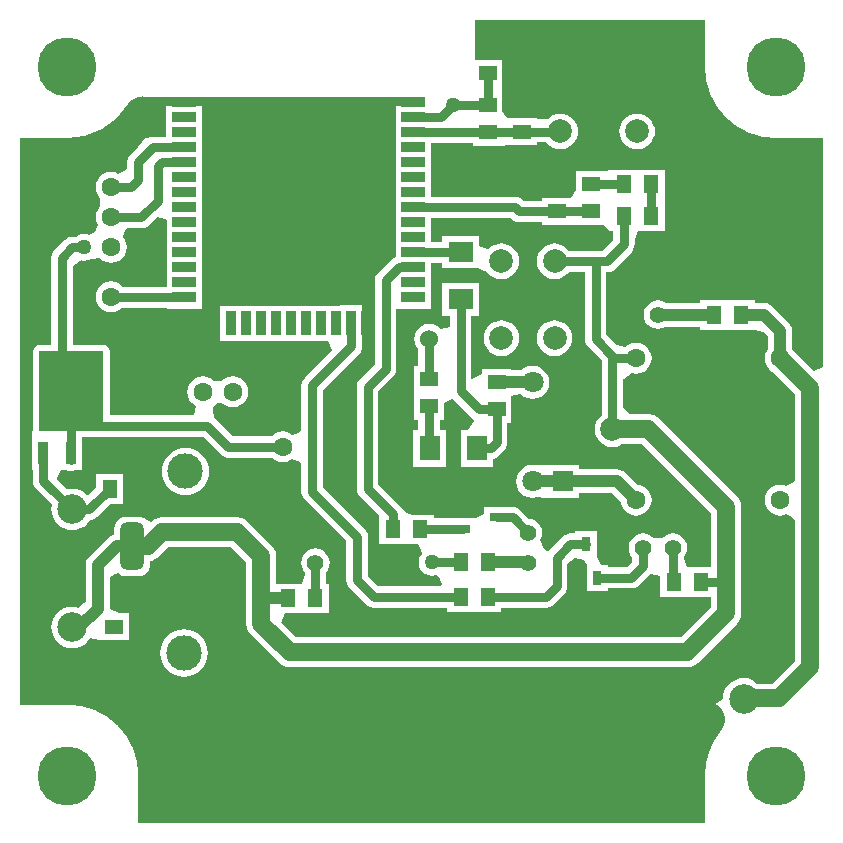
<source format=gbl>
G04 Layer_Physical_Order=2*
G04 Layer_Color=16711680*
%FSLAX25Y25*%
%MOIN*%
G70*
G01*
G75*
%ADD10C,0.11811*%
%ADD11C,0.19685*%
%ADD12C,0.03150*%
%ADD14C,0.06000*%
%ADD15C,0.06299*%
%ADD16C,0.07874*%
%ADD17C,0.07087*%
%ADD18R,0.07087X0.07087*%
%ADD19C,0.09842*%
%ADD20C,0.11811*%
G04:AMPARAMS|DCode=21|XSize=157.48mil|YSize=78.74mil|CornerRadius=19.68mil|HoleSize=0mil|Usage=FLASHONLY|Rotation=0.000|XOffset=0mil|YOffset=0mil|HoleType=Round|Shape=RoundedRectangle|*
%AMROUNDEDRECTD21*
21,1,0.15748,0.03937,0,0,0.0*
21,1,0.11811,0.07874,0,0,0.0*
1,1,0.03937,0.05905,-0.01968*
1,1,0.03937,-0.05905,-0.01968*
1,1,0.03937,-0.05905,0.01968*
1,1,0.03937,0.05905,0.01968*
%
%ADD21ROUNDEDRECTD21*%
G04:AMPARAMS|DCode=22|XSize=157.48mil|YSize=78.74mil|CornerRadius=19.68mil|HoleSize=0mil|Usage=FLASHONLY|Rotation=90.000|XOffset=0mil|YOffset=0mil|HoleType=Round|Shape=RoundedRectangle|*
%AMROUNDEDRECTD22*
21,1,0.15748,0.03937,0,0,90.0*
21,1,0.11811,0.07874,0,0,90.0*
1,1,0.03937,0.01968,0.05905*
1,1,0.03937,0.01968,-0.05905*
1,1,0.03937,-0.01968,-0.05905*
1,1,0.03937,-0.01968,0.05905*
%
%ADD22ROUNDEDRECTD22*%
%ADD23C,0.05512*%
%ADD24C,0.05000*%
%ADD25R,0.12795X0.07480*%
%ADD26R,0.03740X0.07480*%
%ADD27R,0.05118X0.05905*%
%ADD28R,0.05905X0.05118*%
%ADD29R,0.04724X0.03150*%
%ADD30R,0.03150X0.04724*%
%ADD31R,0.08268X0.06890*%
%ADD32R,0.06890X0.08268*%
%ADD33R,0.07874X0.03543*%
%ADD34R,0.03543X0.07874*%
%ADD35R,0.19685X0.19685*%
%ADD36C,0.05905*%
%ADD37C,0.03937*%
%ADD38R,0.21500X0.26500*%
G36*
X30000Y67445D02*
X30741Y66877D01*
X31603Y66520D01*
X32528Y66399D01*
X40079D01*
Y65445D01*
X48441D01*
X49921Y65445D01*
Y65445D01*
X51579Y65472D01*
Y65473D01*
X59795D01*
X60580Y65472D01*
X62945Y63579D01*
X63841Y63579D01*
X63875Y60429D01*
X60366Y56920D01*
X48998D01*
X48487Y57543D01*
X47588Y58280D01*
X46562Y58829D01*
X45449Y59167D01*
X44291Y59281D01*
X43134Y59167D01*
X42020Y58829D01*
X40995Y58280D01*
X40095Y57543D01*
X39357Y56643D01*
X38809Y55617D01*
X38471Y54504D01*
X38357Y53347D01*
X38471Y52189D01*
X38809Y51076D01*
X39357Y50050D01*
X40095Y49150D01*
X40995Y48412D01*
X42020Y47864D01*
X43134Y47526D01*
X44291Y47412D01*
X45449Y47526D01*
X46562Y47864D01*
X47588Y48412D01*
X48487Y49150D01*
X48998Y49773D01*
X54399D01*
Y27528D01*
X54520Y26603D01*
X54877Y25741D01*
X55445Y25001D01*
X60021Y20425D01*
Y2085D01*
X59399Y1574D01*
X58661Y675D01*
X58112Y-351D01*
X57774Y-1464D01*
X57660Y-2622D01*
X57774Y-3780D01*
X58112Y-4893D01*
X58661Y-5919D01*
X59399Y-6818D01*
X60298Y-7556D01*
X61324Y-8104D01*
X62437Y-8442D01*
X63595Y-8556D01*
X64752Y-8442D01*
X65865Y-8104D01*
X66868Y-7568D01*
X73513Y-7533D01*
X96536Y-30556D01*
Y-48579D01*
X91650D01*
X88500Y-48579D01*
X87314Y-45920D01*
Y-45229D01*
X87867Y-44509D01*
X88343Y-43359D01*
X88505Y-42126D01*
X88343Y-40893D01*
X87867Y-39743D01*
X87110Y-38756D01*
X86123Y-37999D01*
X84974Y-37523D01*
X83740Y-37361D01*
X82507Y-37523D01*
X81358Y-37999D01*
X80724Y-38485D01*
X80108Y-38756D01*
X77372D01*
X76756Y-38485D01*
X76123Y-37999D01*
X74973Y-37523D01*
X73740Y-37361D01*
X72507Y-37523D01*
X71358Y-37999D01*
X70371Y-38756D01*
X69613Y-39743D01*
X69137Y-40893D01*
X68975Y-42126D01*
X69137Y-43359D01*
X69613Y-44509D01*
X70166Y-45229D01*
Y-46780D01*
X68409Y-48536D01*
X62043D01*
Y-47780D01*
X59729D01*
X58303Y-45221D01*
X58303Y-44630D01*
Y-41122D01*
X58334Y-40890D01*
X58303Y-40658D01*
Y-36559D01*
X51217D01*
Y-37316D01*
X49610D01*
X48685Y-37438D01*
X47823Y-37795D01*
X47083Y-38363D01*
X47083Y-38363D01*
X42473Y-42973D01*
X42226Y-43295D01*
X42135Y-43344D01*
X41888Y-43381D01*
X40766Y-42525D01*
X39560Y-39509D01*
X40036Y-38359D01*
X40198Y-37126D01*
X40036Y-35893D01*
X39560Y-34743D01*
X38803Y-33757D01*
X37816Y-32999D01*
X36666Y-32523D01*
X35766Y-32405D01*
X32834Y-29473D01*
X32094Y-28905D01*
X31232Y-28548D01*
X30307Y-28426D01*
X25110D01*
X24878Y-28457D01*
X20779D01*
Y-30771D01*
X18221Y-32197D01*
X17630Y-32197D01*
X14122D01*
X13890Y-32166D01*
X4055D01*
Y-31079D01*
X-1850D01*
X-2893Y-31079D01*
X-3158Y-31072D01*
X-4841Y-30491D01*
X-5984Y-29557D01*
X-6537Y-29041D01*
X-6973Y-28473D01*
X-6973Y-28473D01*
X-14426Y-21020D01*
Y10020D01*
X-9473Y14973D01*
X-8905Y15713D01*
X-8548Y16575D01*
X-8426Y17500D01*
Y37598D01*
X3150D01*
Y42598D01*
Y47598D01*
Y52765D01*
X6898D01*
Y50961D01*
X17836D01*
X18828Y50961D01*
X20152Y50532D01*
X21796Y49860D01*
X22379Y49150D01*
X23278Y48412D01*
X24304Y47864D01*
X25417Y47526D01*
X26575Y47412D01*
X27733Y47526D01*
X28846Y47864D01*
X29872Y48412D01*
X30771Y49150D01*
X31509Y50050D01*
X32057Y51076D01*
X32395Y52189D01*
X32509Y53347D01*
X32395Y54504D01*
X32057Y55617D01*
X31509Y56643D01*
X30771Y57543D01*
X29872Y58280D01*
X28846Y58829D01*
X27733Y59167D01*
X26575Y59281D01*
X25417Y59167D01*
X24304Y58829D01*
X23278Y58280D01*
X22379Y57543D01*
X22252Y57388D01*
X19169Y58280D01*
X19102Y58324D01*
Y61787D01*
X6898D01*
Y59913D01*
X3150D01*
Y62598D01*
Y67765D01*
X29681D01*
X30000Y67445D01*
D02*
G37*
G36*
X-91330Y108268D02*
X-91133D01*
X-90939Y108229D01*
X85D01*
X1183Y105972D01*
X434Y105079D01*
X-8701D01*
Y97598D01*
Y92598D01*
Y87598D01*
Y82598D01*
Y77598D01*
Y72598D01*
Y67598D01*
X-8661D01*
Y62598D01*
Y57598D01*
Y54760D01*
X-9448Y54434D01*
X-10188Y53866D01*
X-14527Y49527D01*
X-15095Y48787D01*
X-15452Y47925D01*
X-15574Y47000D01*
Y18980D01*
X-20527Y14027D01*
X-21095Y13287D01*
X-21452Y12425D01*
X-21574Y11500D01*
Y-22500D01*
X-21452Y-23425D01*
X-21095Y-24287D01*
X-20527Y-25027D01*
X-14055Y-31499D01*
Y-40921D01*
X-8150D01*
X-5000Y-40921D01*
X-1092Y-40921D01*
X-101Y-42961D01*
X115Y-44071D01*
X-403Y-44747D01*
X-853Y-45834D01*
X-1007Y-47000D01*
X-853Y-48166D01*
X-403Y-49253D01*
X313Y-50187D01*
X1247Y-50903D01*
X2334Y-51354D01*
X3500Y-51507D01*
X4667Y-51354D01*
X4868Y-51270D01*
X5939Y-51979D01*
X6759Y-54124D01*
X6230Y-54926D01*
X-14520D01*
X-17926Y-51520D01*
Y-38500D01*
X-18048Y-37575D01*
X-18405Y-36713D01*
X-18973Y-35973D01*
X-32926Y-22020D01*
Y10520D01*
X-20937Y22508D01*
X-20937Y22508D01*
X-20369Y23248D01*
X-20129Y23829D01*
X-20012Y24111D01*
X-20012Y24111D01*
X-19891Y25035D01*
X-19724Y26811D01*
X-19724D01*
Y38622D01*
X-27205D01*
Y38583D01*
X-67205D01*
Y26772D01*
X-31237D01*
X-29932Y23622D01*
X-39027Y14527D01*
X-39595Y13787D01*
X-39952Y12925D01*
X-40074Y12000D01*
Y-3088D01*
X-41283Y-3902D01*
X-43224Y-4442D01*
X-43761Y-4029D01*
X-45006Y-3514D01*
X-46343Y-3338D01*
X-47679Y-3514D01*
X-48924Y-4029D01*
X-49993Y-4850D01*
X-50051Y-4926D01*
X-63020D01*
X-68973Y1027D01*
X-69173Y1181D01*
X-69601Y3628D01*
X-69533Y4856D01*
X-68142Y6192D01*
X-66799D01*
X-65982Y5686D01*
X-65573Y5372D01*
X-64328Y4856D01*
X-62992Y4680D01*
X-61656Y4856D01*
X-60411Y5372D01*
X-59342Y6192D01*
X-58521Y7261D01*
X-58006Y8506D01*
X-57830Y9843D01*
X-58006Y11179D01*
X-58521Y12424D01*
X-59342Y13493D01*
X-60411Y14313D01*
X-61656Y14829D01*
X-62992Y15005D01*
X-64328Y14829D01*
X-65573Y14313D01*
X-65982Y13999D01*
X-66799Y13493D01*
X-69186D01*
X-70002Y13999D01*
X-70411Y14313D01*
X-71656Y14829D01*
X-72992Y15005D01*
X-74328Y14829D01*
X-75573Y14313D01*
X-76642Y13493D01*
X-77463Y12424D01*
X-77978Y11179D01*
X-78154Y9843D01*
X-77978Y8506D01*
X-77463Y7261D01*
X-76642Y6192D01*
X-75573Y5372D01*
X-75215Y5223D01*
X-75841Y2074D01*
X-103993D01*
Y23500D01*
X-104146Y24268D01*
X-104581Y24919D01*
X-105232Y25354D01*
X-106000Y25507D01*
X-116352D01*
Y51513D01*
X-116272Y51642D01*
X-114031Y53366D01*
X-113418Y53614D01*
X-112500Y53493D01*
X-111334Y53646D01*
X-110247Y54097D01*
X-107150Y54350D01*
X-106081Y53529D01*
X-104836Y53014D01*
X-103500Y52838D01*
X-102164Y53014D01*
X-100919Y53529D01*
X-99850Y54350D01*
X-99029Y55419D01*
X-98514Y56664D01*
X-98338Y58000D01*
X-98514Y59336D01*
X-99029Y60581D01*
X-99343Y60990D01*
X-99552Y61326D01*
X-99217Y62779D01*
X-98294Y64426D01*
X-93500D01*
X-92575Y64548D01*
X-91713Y64905D01*
X-90973Y65473D01*
X-88228Y68217D01*
X-86418Y67862D01*
X-85039Y66952D01*
Y62598D01*
Y57598D01*
Y52598D01*
Y47598D01*
Y44912D01*
X-99667D01*
X-99850Y45150D01*
X-100919Y45971D01*
X-102164Y46486D01*
X-103500Y46662D01*
X-104836Y46486D01*
X-106081Y45971D01*
X-107150Y45150D01*
X-107971Y44081D01*
X-108486Y42836D01*
X-108662Y41500D01*
X-108486Y40164D01*
X-107971Y38919D01*
X-107150Y37850D01*
X-106081Y37029D01*
X-104836Y36514D01*
X-103500Y36338D01*
X-102164Y36514D01*
X-100919Y37029D01*
X-99961Y37765D01*
X-85039D01*
Y37598D01*
X-73228D01*
Y42598D01*
Y47598D01*
Y52598D01*
Y57598D01*
Y62598D01*
Y70079D01*
X-73268D01*
Y72598D01*
Y77598D01*
Y82598D01*
Y87598D01*
Y92598D01*
Y97598D01*
Y105079D01*
X-85079D01*
Y97598D01*
Y94912D01*
X-89661D01*
X-89661Y94912D01*
X-90586Y94791D01*
X-91448Y94434D01*
X-92309Y94638D01*
X-93779Y95356D01*
X-94488Y96020D01*
Y106019D01*
X-93760Y106925D01*
X-91339Y108269D01*
X-91330Y108268D01*
D02*
G37*
G36*
X94488Y94488D02*
X133858D01*
Y18116D01*
X130709Y16811D01*
X123993Y23527D01*
X123971Y23581D01*
X123471Y24232D01*
Y30000D01*
X123336Y31028D01*
X122939Y31986D01*
X122308Y32808D01*
X116808Y38308D01*
X115986Y38939D01*
X115028Y39336D01*
X114000Y39471D01*
X111055D01*
Y40421D01*
X105150D01*
X102000Y40421D01*
X98850Y40421D01*
X92945D01*
Y39522D01*
X81326D01*
X81123Y39678D01*
X79974Y40154D01*
X78740Y40316D01*
X77507Y40154D01*
X76358Y39678D01*
X75371Y38921D01*
X74613Y37934D01*
X74137Y36784D01*
X73975Y35551D01*
X74137Y34318D01*
X74613Y33169D01*
X75371Y32182D01*
X76358Y31424D01*
X77507Y30948D01*
X78740Y30786D01*
X79974Y30948D01*
X81123Y31424D01*
X81326Y31580D01*
X92945D01*
Y30579D01*
X98850D01*
X102000Y30579D01*
X105150Y30579D01*
X111055D01*
Y30579D01*
X113941Y29943D01*
X115529Y28355D01*
Y24232D01*
X115029Y23581D01*
X114514Y22336D01*
X114338Y21000D01*
X114514Y19664D01*
X115029Y18419D01*
X115850Y17350D01*
X116919Y16529D01*
X116973Y16507D01*
X124536Y8944D01*
Y-19687D01*
X123507Y-20562D01*
X121387Y-21486D01*
X120836Y-21258D01*
X119500Y-21082D01*
X118164Y-21258D01*
X116919Y-21773D01*
X115850Y-22594D01*
X115029Y-23663D01*
X114514Y-24908D01*
X114338Y-26244D01*
X114514Y-27580D01*
X115029Y-28825D01*
X115850Y-29894D01*
X116919Y-30715D01*
X118164Y-31231D01*
X119500Y-31406D01*
X120836Y-31231D01*
X121387Y-31002D01*
X123507Y-31926D01*
X124536Y-32801D01*
Y-79944D01*
X117094Y-87387D01*
X111929D01*
X111145Y-86744D01*
X109949Y-86104D01*
X108650Y-85710D01*
X107299Y-85577D01*
X105949Y-85710D01*
X104650Y-86104D01*
X103453Y-86744D01*
X102404Y-87605D01*
X101543Y-88654D01*
X100903Y-89851D01*
X100509Y-91149D01*
X100376Y-92500D01*
X97550Y-94488D01*
X94488D01*
Y-133858D01*
X-94488D01*
Y-94488D01*
X-133858D01*
Y94488D01*
X-96020D01*
X-94716Y91339D01*
X-97027Y89027D01*
X-97595Y88287D01*
X-97952Y87425D01*
X-98074Y86500D01*
Y84258D01*
X-100025Y83032D01*
X-101224Y82597D01*
X-102164Y82986D01*
X-103500Y83162D01*
X-104836Y82986D01*
X-106081Y82471D01*
X-107150Y81650D01*
X-107971Y80581D01*
X-108486Y79336D01*
X-108662Y78000D01*
X-108486Y76664D01*
X-107971Y75419D01*
X-107657Y75010D01*
X-107150Y74194D01*
Y71806D01*
X-107657Y70990D01*
X-107971Y70581D01*
X-108486Y69336D01*
X-108662Y68000D01*
X-108486Y66664D01*
X-107971Y65419D01*
X-109019Y63203D01*
X-110911Y62179D01*
X-111334Y62353D01*
X-112500Y62507D01*
X-113666Y62353D01*
X-114753Y61903D01*
X-115183Y61574D01*
X-116500D01*
X-117425Y61452D01*
X-118287Y61095D01*
X-119027Y60527D01*
X-122453Y57101D01*
X-123021Y56361D01*
X-123378Y55499D01*
X-123500Y54574D01*
Y25507D01*
X-127500D01*
X-128268Y25354D01*
X-128919Y24919D01*
X-129354Y24268D01*
X-129507Y23500D01*
Y-1802D01*
X-129894Y-4791D01*
X-129894D01*
Y-16209D01*
X-129629D01*
Y-19760D01*
X-129507Y-20685D01*
X-129150Y-21547D01*
X-128582Y-22287D01*
X-123200Y-27669D01*
X-123290Y-27964D01*
X-123423Y-29315D01*
X-123290Y-30666D01*
X-122896Y-31964D01*
X-122256Y-33161D01*
X-121395Y-34210D01*
X-120346Y-35071D01*
X-119149Y-35711D01*
X-117851Y-36105D01*
X-116500Y-36238D01*
X-115149Y-36105D01*
X-113851Y-35711D01*
X-112654Y-35071D01*
X-111605Y-34210D01*
X-110744Y-33161D01*
X-110580Y-32854D01*
X-109917Y-32767D01*
X-109056Y-32410D01*
X-108315Y-31842D01*
X-103895Y-27421D01*
X-99500D01*
Y-17579D01*
X-108555D01*
Y-21973D01*
X-111030Y-24448D01*
X-111605Y-24420D01*
X-112654Y-23559D01*
X-113851Y-22919D01*
X-115149Y-22525D01*
X-116500Y-22392D01*
X-117851Y-22525D01*
X-118146Y-22614D01*
X-121641Y-19120D01*
X-121704Y-18802D01*
X-120098Y-16209D01*
X-118532D01*
X-117925Y-16460D01*
X-117000Y-16582D01*
X-116075Y-16460D01*
X-115468Y-16209D01*
X-113161D01*
Y-5074D01*
X-72980D01*
X-67027Y-11027D01*
X-67027Y-11027D01*
X-66287Y-11595D01*
X-65425Y-11952D01*
X-64500Y-12074D01*
X-50051D01*
X-49993Y-12150D01*
X-48924Y-12971D01*
X-47679Y-13486D01*
X-46343Y-13662D01*
X-45006Y-13486D01*
X-43761Y-12971D01*
X-43224Y-12558D01*
X-41283Y-13098D01*
X-40074Y-13912D01*
Y-23500D01*
X-39952Y-24425D01*
X-39595Y-25287D01*
X-39027Y-26027D01*
X-25074Y-39980D01*
Y-53000D01*
X-24952Y-53925D01*
X-24595Y-54787D01*
X-24027Y-55527D01*
X-18527Y-61027D01*
X-18527Y-61027D01*
X-17787Y-61595D01*
X-16925Y-61952D01*
X-16000Y-62074D01*
X8445D01*
Y-63421D01*
X14350D01*
X17500Y-63421D01*
X20650Y-63421D01*
X26555D01*
Y-62074D01*
X41500D01*
X42425Y-61952D01*
X43287Y-61595D01*
X44027Y-61027D01*
X47527Y-57527D01*
X48095Y-56787D01*
X48452Y-55925D01*
X48574Y-55000D01*
X48574Y-55000D01*
Y-47719D01*
X51187Y-45686D01*
X54077Y-46200D01*
X54957Y-47780D01*
X54957Y-48370D01*
Y-51878D01*
X54926Y-52110D01*
X54957Y-52342D01*
Y-56441D01*
X62043D01*
Y-55684D01*
X69890D01*
X70815Y-55562D01*
X71677Y-55205D01*
X72417Y-54637D01*
X76267Y-50787D01*
X76295Y-50750D01*
X79439Y-51549D01*
X79445Y-51552D01*
Y-58421D01*
X85350D01*
X88500Y-58421D01*
X91650Y-58421D01*
X96536D01*
Y-61944D01*
X86444Y-72036D01*
X-41944D01*
X-46909Y-67071D01*
X-45605Y-63921D01*
X-43150D01*
X-40000Y-63921D01*
X-36850Y-63921D01*
X-30945D01*
Y-54079D01*
X-31859D01*
Y-50229D01*
X-31306Y-49509D01*
X-30830Y-48359D01*
X-30668Y-47126D01*
X-30830Y-45893D01*
X-31306Y-44743D01*
X-32064Y-43756D01*
X-33051Y-42999D01*
X-34200Y-42523D01*
X-35433Y-42361D01*
X-36666Y-42523D01*
X-37816Y-42999D01*
X-38803Y-43756D01*
X-39560Y-44743D01*
X-40036Y-45893D01*
X-40198Y-47126D01*
X-40036Y-48359D01*
X-39560Y-49509D01*
X-39007Y-50229D01*
Y-51341D01*
X-40000Y-54079D01*
X-43150Y-54079D01*
X-48536D01*
Y-45000D01*
X-48705Y-43715D01*
X-49201Y-42518D01*
X-49990Y-41490D01*
X-57990Y-33490D01*
X-59018Y-32701D01*
X-60215Y-32205D01*
X-61500Y-32036D01*
X-86500D01*
X-87785Y-32205D01*
X-88982Y-32701D01*
X-90285Y-33410D01*
X-91680Y-33003D01*
X-92503Y-32372D01*
X-93460Y-31975D01*
X-94488Y-31840D01*
X-98425D01*
X-99453Y-31975D01*
X-100411Y-32372D01*
X-101233Y-33003D01*
X-101864Y-33825D01*
X-102261Y-34783D01*
X-102396Y-35811D01*
Y-37835D01*
X-102744Y-37881D01*
X-103702Y-38278D01*
X-104524Y-38909D01*
X-110808Y-45192D01*
X-111439Y-46014D01*
X-111836Y-46972D01*
X-111971Y-48000D01*
Y-59794D01*
X-112444Y-60421D01*
X-114624Y-62054D01*
X-115149Y-61895D01*
X-116500Y-61762D01*
X-117851Y-61895D01*
X-119149Y-62289D01*
X-120346Y-62929D01*
X-121395Y-63790D01*
X-122256Y-64839D01*
X-122896Y-66036D01*
X-123290Y-67334D01*
X-123423Y-68685D01*
X-123290Y-70036D01*
X-122896Y-71334D01*
X-122256Y-72531D01*
X-121395Y-73580D01*
X-120346Y-74441D01*
X-119149Y-75081D01*
X-117851Y-75475D01*
X-116500Y-75608D01*
X-115149Y-75475D01*
X-113851Y-75081D01*
X-112654Y-74441D01*
X-111605Y-73580D01*
X-110744Y-72531D01*
X-110571Y-72208D01*
X-107421Y-72997D01*
Y-73000D01*
X-97579D01*
Y-63945D01*
X-101045D01*
X-104029Y-62500D01*
Y-51960D01*
X-102318Y-51024D01*
X-100879Y-50701D01*
X-100411Y-51061D01*
X-99453Y-51458D01*
X-98425Y-51593D01*
X-94488D01*
X-93460Y-51458D01*
X-92503Y-51061D01*
X-91680Y-50430D01*
X-91049Y-49608D01*
X-90653Y-48650D01*
X-90517Y-47622D01*
Y-46588D01*
X-89932Y-46511D01*
X-88735Y-46015D01*
X-87707Y-45226D01*
X-84444Y-41964D01*
X-63556D01*
X-58464Y-47056D01*
Y-58638D01*
X-58511Y-59000D01*
X-58464Y-59362D01*
Y-67500D01*
X-58295Y-68785D01*
X-57799Y-69982D01*
X-57010Y-71010D01*
X-47510Y-80510D01*
X-46482Y-81299D01*
X-45285Y-81795D01*
X-44000Y-81964D01*
X88500D01*
X89785Y-81795D01*
X90982Y-81299D01*
X92010Y-80510D01*
X105010Y-67510D01*
X105799Y-66482D01*
X106295Y-65285D01*
X106464Y-64000D01*
Y-53000D01*
Y-28500D01*
X106295Y-27215D01*
X105799Y-26018D01*
X105010Y-24990D01*
X79068Y952D01*
X79058Y960D01*
X79049Y970D01*
X78544Y1354D01*
X78040Y1740D01*
X78028Y1746D01*
X78017Y1754D01*
X77430Y1993D01*
X76843Y2236D01*
X76830Y2238D01*
X76817Y2243D01*
X76187Y2323D01*
X75558Y2405D01*
X75545Y2404D01*
X75532Y2405D01*
X69401Y2373D01*
X67168Y4594D01*
Y13977D01*
X67352Y14249D01*
X70075Y15977D01*
X70318Y15989D01*
X71469Y15838D01*
X72805Y16014D01*
X74050Y16529D01*
X75119Y17350D01*
X75939Y18419D01*
X76455Y19664D01*
X76631Y21000D01*
X76455Y22336D01*
X75939Y23581D01*
X75119Y24650D01*
X74050Y25471D01*
X72805Y25986D01*
X71469Y26162D01*
X70132Y25986D01*
X68887Y25471D01*
X67818Y24650D01*
X65008Y25547D01*
X61546Y29008D01*
Y49773D01*
X61847D01*
X62771Y49894D01*
X63633Y50251D01*
X64374Y50819D01*
X69999Y56445D01*
X70568Y57186D01*
X70925Y58047D01*
X71046Y58972D01*
X71046Y58973D01*
Y60824D01*
X72000Y63579D01*
X75150Y63579D01*
X81055D01*
Y70941D01*
X81055Y73421D01*
X81055D01*
X81028Y74079D01*
X81028D01*
Y83921D01*
X75122D01*
X71973Y83921D01*
X68823Y83921D01*
X64431D01*
X62917Y83921D01*
X62917Y83921D01*
X61421Y83583D01*
Y83583D01*
X51579D01*
X51579Y76963D01*
X49930Y74513D01*
X48441Y74500D01*
X40079D01*
Y73546D01*
X34008D01*
X33689Y73866D01*
X32948Y74434D01*
X32086Y74791D01*
X31161Y74913D01*
X3110D01*
Y77598D01*
Y82598D01*
Y87598D01*
Y92765D01*
X12839D01*
X13764Y92887D01*
X13793Y92899D01*
X17079D01*
Y91945D01*
X25452D01*
X26921Y91945D01*
Y91945D01*
X28579Y92000D01*
Y92000D01*
X38421D01*
Y92954D01*
X41592D01*
X42009Y92446D01*
X42908Y91708D01*
X43934Y91159D01*
X45047Y90822D01*
X46205Y90708D01*
X47362Y90822D01*
X48476Y91159D01*
X49501Y91708D01*
X50401Y92446D01*
X51139Y93345D01*
X51687Y94371D01*
X52025Y95484D01*
X52139Y96642D01*
X52025Y97799D01*
X51687Y98913D01*
X51139Y99938D01*
X50401Y100838D01*
X49501Y101576D01*
X48476Y102124D01*
X47362Y102462D01*
X46205Y102576D01*
X45047Y102462D01*
X43934Y102124D01*
X42908Y101576D01*
X42009Y100838D01*
X38680Y100798D01*
X38421Y101055D01*
Y101055D01*
X30048D01*
X28579Y101055D01*
X26921Y103518D01*
Y110055D01*
X26921D01*
Y111445D01*
X26921D01*
Y120500D01*
X17755D01*
Y133858D01*
X94488D01*
Y94488D01*
D02*
G37*
%LPC*%
G36*
X37000Y-14441D02*
X35561Y-14630D01*
X34220Y-15186D01*
X33069Y-16069D01*
X32185Y-17220D01*
X31630Y-18561D01*
X31441Y-20000D01*
X31630Y-21439D01*
X32185Y-22780D01*
X33069Y-23931D01*
X34220Y-24814D01*
X35561Y-25370D01*
X37000Y-25559D01*
X38339Y-25383D01*
X38528Y-25374D01*
X41488Y-25512D01*
Y-25512D01*
X52512D01*
Y-23971D01*
X63580D01*
X66375Y-26766D01*
X66482Y-27580D01*
X66998Y-28825D01*
X67818Y-29894D01*
X68887Y-30715D01*
X70132Y-31231D01*
X71469Y-31406D01*
X72805Y-31231D01*
X74050Y-30715D01*
X75119Y-29894D01*
X75939Y-28825D01*
X76455Y-27580D01*
X76631Y-26244D01*
X76455Y-24908D01*
X75939Y-23663D01*
X75119Y-22594D01*
X74050Y-21773D01*
X72805Y-21258D01*
X71991Y-21151D01*
X68032Y-17192D01*
X67210Y-16561D01*
X66252Y-16164D01*
X65224Y-16029D01*
X52512D01*
Y-14488D01*
X41488D01*
X41488Y-14488D01*
X38528Y-14626D01*
X38339Y-14617D01*
X37000Y-14441D01*
D02*
G37*
G36*
X26575Y33690D02*
X25417Y33576D01*
X24304Y33238D01*
X23278Y32690D01*
X22379Y31952D01*
X21641Y31053D01*
X21092Y30027D01*
X20755Y28914D01*
X20641Y27756D01*
X20755Y26598D01*
X21092Y25485D01*
X21641Y24459D01*
X22379Y23560D01*
X23278Y22822D01*
X24304Y22274D01*
X25417Y21936D01*
X26575Y21822D01*
X27733Y21936D01*
X28846Y22274D01*
X29872Y22822D01*
X30771Y23560D01*
X31509Y24459D01*
X32057Y25485D01*
X32395Y26598D01*
X32509Y27756D01*
X32395Y28914D01*
X32057Y30027D01*
X31509Y31053D01*
X30771Y31952D01*
X29872Y32690D01*
X28846Y33238D01*
X27733Y33576D01*
X26575Y33690D01*
D02*
G37*
G36*
X19102Y46039D02*
X6898D01*
Y35213D01*
X9426D01*
Y31597D01*
X6277Y30740D01*
X6044Y31044D01*
X5006Y31840D01*
X3797Y32341D01*
X2500Y32511D01*
X1203Y32341D01*
X-6Y31840D01*
X-1044Y31044D01*
X-1840Y30006D01*
X-2341Y28797D01*
X-2511Y27500D01*
X-2341Y26203D01*
X-1840Y24994D01*
X-1074Y23996D01*
Y18555D01*
X-2421D01*
Y12650D01*
X-2421Y9500D01*
X-2421Y6350D01*
Y445D01*
X-1074D01*
Y-2898D01*
X-2787D01*
Y-15102D01*
X8039D01*
Y-2898D01*
X6074D01*
Y445D01*
X7421D01*
Y6276D01*
X10179Y7358D01*
X10571Y7375D01*
X16473Y1473D01*
X17203Y913D01*
X17213Y905D01*
X17485Y252D01*
X15571Y-2728D01*
X15186Y-2898D01*
X12961D01*
Y-15102D01*
X23787D01*
Y-12470D01*
X23925Y-12452D01*
X24787Y-12095D01*
X25527Y-11527D01*
X27527Y-9527D01*
X28095Y-8787D01*
X28452Y-7925D01*
X28574Y-7000D01*
X28574Y-7000D01*
Y-555D01*
X29921D01*
Y5350D01*
X29921Y8500D01*
X32840Y9057D01*
X33085D01*
X34220Y8185D01*
X35561Y7630D01*
X37000Y7441D01*
X38439Y7630D01*
X39780Y8185D01*
X40931Y9069D01*
X41815Y10220D01*
X42370Y11561D01*
X42559Y13000D01*
X42370Y14439D01*
X41815Y15780D01*
X40931Y16931D01*
X39780Y17815D01*
X38439Y18370D01*
X37000Y18559D01*
X35561Y18370D01*
X34220Y17815D01*
X33157Y16998D01*
X29921D01*
Y17555D01*
X20079D01*
Y15833D01*
X16929Y14150D01*
X16574Y14387D01*
Y35213D01*
X19102D01*
Y46039D01*
D02*
G37*
G36*
X44291Y33690D02*
X43134Y33576D01*
X42020Y33238D01*
X40995Y32690D01*
X40095Y31952D01*
X39357Y31053D01*
X38809Y30027D01*
X38471Y28914D01*
X38357Y27756D01*
X38471Y26598D01*
X38809Y25485D01*
X39357Y24459D01*
X40095Y23560D01*
X40995Y22822D01*
X42020Y22274D01*
X43134Y21936D01*
X44291Y21822D01*
X45449Y21936D01*
X46562Y22274D01*
X47588Y22822D01*
X48487Y23560D01*
X49225Y24459D01*
X49774Y25485D01*
X50111Y26598D01*
X50225Y27756D01*
X50111Y28914D01*
X49774Y30027D01*
X49225Y31053D01*
X48487Y31952D01*
X47588Y32690D01*
X46562Y33238D01*
X45449Y33576D01*
X44291Y33690D01*
D02*
G37*
G36*
X-78740Y-8804D02*
X-80284Y-8957D01*
X-81768Y-9407D01*
X-83136Y-10138D01*
X-84335Y-11122D01*
X-85319Y-12321D01*
X-86050Y-13689D01*
X-86500Y-15173D01*
X-86652Y-16716D01*
X-86500Y-18260D01*
X-86050Y-19744D01*
X-85319Y-21112D01*
X-84335Y-22311D01*
X-83136Y-23295D01*
X-81768Y-24026D01*
X-80284Y-24477D01*
X-78740Y-24629D01*
X-77197Y-24477D01*
X-75712Y-24026D01*
X-74344Y-23295D01*
X-73146Y-22311D01*
X-72162Y-21112D01*
X-71430Y-19744D01*
X-70980Y-18260D01*
X-70828Y-16716D01*
X-70980Y-15173D01*
X-71430Y-13689D01*
X-72162Y-12321D01*
X-73146Y-11122D01*
X-74344Y-10138D01*
X-75712Y-9407D01*
X-77197Y-8957D01*
X-78740Y-8804D01*
D02*
G37*
G36*
X-79240Y-69304D02*
X-80784Y-69456D01*
X-82268Y-69907D01*
X-83636Y-70638D01*
X-84835Y-71622D01*
X-85819Y-72821D01*
X-86550Y-74189D01*
X-87000Y-75673D01*
X-87152Y-77217D01*
X-87000Y-78760D01*
X-86550Y-80244D01*
X-85819Y-81612D01*
X-84835Y-82811D01*
X-83636Y-83795D01*
X-82268Y-84526D01*
X-80784Y-84977D01*
X-79240Y-85129D01*
X-77697Y-84977D01*
X-76212Y-84526D01*
X-74844Y-83795D01*
X-73646Y-82811D01*
X-72662Y-81612D01*
X-71930Y-80244D01*
X-71480Y-78760D01*
X-71328Y-77217D01*
X-71480Y-75673D01*
X-71930Y-74189D01*
X-72662Y-72821D01*
X-73646Y-71622D01*
X-74844Y-70638D01*
X-76212Y-69907D01*
X-77697Y-69456D01*
X-79240Y-69304D01*
D02*
G37*
G36*
X71795Y102576D02*
X70638Y102462D01*
X69524Y102124D01*
X68498Y101576D01*
X67599Y100838D01*
X66861Y99938D01*
X66313Y98913D01*
X65975Y97799D01*
X65861Y96642D01*
X65975Y95484D01*
X66313Y94371D01*
X66861Y93345D01*
X67599Y92446D01*
X68498Y91708D01*
X69524Y91159D01*
X70638Y90822D01*
X71795Y90708D01*
X72953Y90822D01*
X74066Y91159D01*
X75092Y91708D01*
X75991Y92446D01*
X76729Y93345D01*
X77278Y94371D01*
X77615Y95484D01*
X77729Y96642D01*
X77615Y97799D01*
X77278Y98913D01*
X76729Y99938D01*
X75991Y100838D01*
X75092Y101576D01*
X74066Y102124D01*
X72953Y102462D01*
X71795Y102576D01*
D02*
G37*
%LPD*%
D10*
X-118110Y88583D02*
G03*
X-93058Y102481I0J29528D01*
G01*
X95312Y-99345D02*
G03*
X88583Y-118110I22798J-18765D01*
G01*
X-88583D02*
G03*
X-118110Y-88583I-29528J0D01*
G01*
X88583Y118110D02*
G03*
X118110Y88583I29528J0D01*
G01*
D11*
X-118110Y118110D02*
D03*
X118110D02*
D03*
Y-118110D02*
D03*
X-118110D02*
D03*
D12*
X-110843Y-29315D02*
X-104028Y-22500D01*
X-116500Y-29315D02*
X-110843D01*
X-126055Y-19760D02*
X-116500Y-29315D01*
X-126055Y-19760D02*
Y-10500D01*
X-104500Y41500D02*
X-103500D01*
X-103339Y41339D01*
X-79134D01*
X-116500Y58000D02*
X-112500D01*
X-119926Y54574D02*
X-116500Y58000D01*
X-119926Y18926D02*
Y54574D01*
Y18926D02*
X-117000Y16000D01*
X-35472Y-59000D02*
X-35433Y-58961D01*
Y-47126D01*
X12972Y-47000D02*
X13000D01*
X3500D02*
X12972D01*
X2500Y14028D02*
Y27500D01*
X19000Y4000D02*
X24972D01*
X13000Y10000D02*
X19000Y4000D01*
X101000Y-53500D02*
X101500Y-53000D01*
X93028Y-53500D02*
X101000D01*
X83740Y-53268D02*
X83972Y-53500D01*
X83740Y-53268D02*
Y-42126D01*
X63595Y-2622D02*
Y21905D01*
X57972Y27528D02*
X63595Y21905D01*
X57972Y27528D02*
Y53347D01*
X63595Y21905D02*
X64500Y21000D01*
X71469D01*
X-9500Y-36000D02*
Y-31000D01*
X-18000Y-22500D02*
X-9500Y-31000D01*
X-18000Y-22500D02*
Y11500D01*
X13000Y10000D02*
Y40626D01*
X2500Y-9000D02*
Y4972D01*
X19000Y-9000D02*
X23000D01*
X25000Y-7000D01*
X0Y-35740D02*
X13890D01*
X30307Y-32000D02*
X35433Y-37126D01*
X25110Y-32000D02*
X30307D01*
X-21500Y-53000D02*
Y-38500D01*
Y-53000D02*
X-16000Y-58500D01*
X12972D01*
X-36500Y-23500D02*
X-21500Y-38500D01*
X-36500Y-23500D02*
Y12000D01*
X-18000Y11500D02*
X-12000Y17500D01*
X-89661Y91339D02*
X-79173D01*
X-94500Y86500D02*
X-89661Y91339D01*
X-94500Y80500D02*
Y86500D01*
X-97000Y78000D02*
X-94500Y80500D01*
X-88000Y85000D02*
X-86661Y86339D01*
X-88000Y73500D02*
Y85000D01*
X-93500Y68000D02*
X-88000Y73500D01*
X-103500Y78000D02*
X-97000D01*
X-103500Y68000D02*
X-93500D01*
X-86661Y86339D02*
X-79173D01*
X-2795Y101339D02*
X6339D01*
X-2795Y96339D02*
X12839D01*
X12972Y96472D02*
X22000D01*
X12839Y96339D02*
X12972Y96472D01*
X-2795Y71339D02*
X31161D01*
X-23465Y25035D02*
Y32717D01*
X-36500Y12000D02*
X-23465Y25035D01*
X-12000Y17500D02*
Y47000D01*
X12965Y56339D02*
X13000Y56374D01*
X-2756Y56339D02*
X12965D01*
X-7661Y51339D02*
X-2756D01*
X-12000Y47000D02*
X-7661Y51339D01*
X22028Y-58500D02*
X41500D01*
X-117000Y-13008D02*
Y16000D01*
X-71500Y-1500D02*
X-64500Y-8500D01*
X-117000Y-1500D02*
X-71500D01*
X6339Y101339D02*
X10528Y105528D01*
X31161Y71339D02*
X32528Y69972D01*
X-16500Y-76000D02*
X-15500Y-77000D01*
X73740Y-48260D02*
Y-42126D01*
X69890Y-52110D02*
X73740Y-48260D01*
X-64500Y-8500D02*
X-46343D01*
X25000Y-7000D02*
Y3972D01*
X32528Y69972D02*
X56500D01*
X67472Y58972D02*
Y68500D01*
X61847Y53347D02*
X67472Y58972D01*
X44291Y53347D02*
X61847D01*
X67390Y79055D02*
X67445Y79000D01*
X56500Y79055D02*
X67390D01*
X10528Y105528D02*
X22000D01*
X33055Y96472D02*
X33445D01*
X22000D02*
X33055D01*
X33445D02*
X33500Y96528D01*
X76500Y68528D02*
X76528Y68500D01*
X76500Y68528D02*
Y79000D01*
X58500Y-52110D02*
X69890D01*
X49610Y-40890D02*
X54760D01*
X45000Y-45500D02*
X49610Y-40890D01*
X45000Y-55000D02*
Y-45500D01*
X41500Y-58500D02*
X45000Y-55000D01*
X22000Y105528D02*
Y115972D01*
X33500Y96528D02*
X46091D01*
D14*
X-96457Y-41717D02*
D03*
Y-40154D02*
D03*
Y-38185D02*
D03*
Y-44091D02*
D03*
Y-46059D02*
D03*
X-75740Y-51717D02*
D03*
X-74177D02*
D03*
X-72209D02*
D03*
X-78114D02*
D03*
X-80083D02*
D03*
X-88583Y-64217D02*
D03*
X-86614D02*
D03*
X-80709D02*
D03*
X-82677D02*
D03*
X-84240D02*
D03*
X-93500Y21000D02*
D03*
X-125000Y84000D02*
D03*
X109500Y76500D02*
D03*
X-53500Y-59000D02*
D03*
X2500Y27500D02*
D03*
D15*
X-46343Y-8500D02*
D03*
X-26658D02*
D03*
X-82992Y9843D02*
D03*
X-62992D02*
D03*
X-72992D02*
D03*
X-92992D02*
D03*
X119500Y21000D02*
D03*
Y-26244D02*
D03*
X71469Y21000D02*
D03*
Y-26244D02*
D03*
X-103500Y88000D02*
D03*
Y68000D02*
D03*
Y58000D02*
D03*
Y78000D02*
D03*
Y31500D02*
D03*
Y41500D02*
D03*
D16*
X63595Y-2622D02*
D03*
X44291Y53347D02*
D03*
Y27756D02*
D03*
X26575Y53347D02*
D03*
Y27756D02*
D03*
X46205Y96642D02*
D03*
X71795D02*
D03*
X46205Y114358D02*
D03*
X71795D02*
D03*
D17*
X37000Y13000D02*
D03*
X47000D02*
D03*
X37000Y-20000D02*
D03*
D18*
X47000D02*
D03*
D19*
X-116500Y-68685D02*
D03*
Y-29315D02*
D03*
X-105299Y-92500D02*
D03*
X107299D02*
D03*
D20*
X-79240Y-77217D02*
D03*
X-78740Y-16716D02*
D03*
D21*
X-84240Y-64217D02*
D03*
X-75740Y-51717D02*
D03*
D22*
X-96457Y-41717D02*
D03*
D23*
X78740Y45551D02*
D03*
Y35551D02*
D03*
X35433Y-37126D02*
D03*
Y-47126D02*
D03*
X83740Y-42126D02*
D03*
X73740D02*
D03*
X-35433Y-37126D02*
D03*
Y-47126D02*
D03*
D24*
X3500Y-47000D02*
D03*
X10528Y105528D02*
D03*
X-112500Y58000D02*
D03*
D25*
X-117000Y13516D02*
D03*
D26*
X-126055Y-10500D02*
D03*
X-117000D02*
D03*
X-107945D02*
D03*
D27*
X22028Y-58500D02*
D03*
X12972D02*
D03*
X-9528Y-36000D02*
D03*
X-472D02*
D03*
X12972Y-47000D02*
D03*
X22028D02*
D03*
X93028Y-53500D02*
D03*
X83972D02*
D03*
X67472Y68500D02*
D03*
X76528D02*
D03*
X106528Y35500D02*
D03*
X97472D02*
D03*
X-35472Y-59000D02*
D03*
X-44528D02*
D03*
X67445Y79000D02*
D03*
X76500D02*
D03*
X-104028Y-22500D02*
D03*
X-94972D02*
D03*
D28*
X25000Y3972D02*
D03*
Y13028D02*
D03*
X2500Y14028D02*
D03*
Y4972D02*
D03*
X22000Y96472D02*
D03*
Y105528D02*
D03*
Y115972D02*
D03*
Y125028D02*
D03*
X33500Y96528D02*
D03*
Y87472D02*
D03*
X45000Y79028D02*
D03*
Y69972D02*
D03*
X56500Y70000D02*
D03*
Y79055D02*
D03*
X-102500Y-68472D02*
D03*
Y-77528D02*
D03*
D29*
X25110Y-32000D02*
D03*
X13890Y-28260D02*
D03*
Y-35740D02*
D03*
D30*
X58500Y-52110D02*
D03*
X62240Y-40890D02*
D03*
X54760D02*
D03*
D31*
X13000Y56374D02*
D03*
Y40626D02*
D03*
D32*
X2626Y-9000D02*
D03*
X18374D02*
D03*
D33*
X-79173Y106339D02*
D03*
Y101339D02*
D03*
Y96339D02*
D03*
Y91339D02*
D03*
Y71339D02*
D03*
Y76339D02*
D03*
Y81339D02*
D03*
Y86339D02*
D03*
X-79134Y46339D02*
D03*
Y41339D02*
D03*
Y51339D02*
D03*
Y56339D02*
D03*
Y61339D02*
D03*
Y66339D02*
D03*
X-2756D02*
D03*
Y61339D02*
D03*
Y56339D02*
D03*
Y51339D02*
D03*
Y41339D02*
D03*
Y46339D02*
D03*
X-2795Y86339D02*
D03*
Y81339D02*
D03*
Y76339D02*
D03*
Y71339D02*
D03*
Y91339D02*
D03*
Y96339D02*
D03*
Y101339D02*
D03*
Y106339D02*
D03*
D34*
X-63465Y32677D02*
D03*
X-58465D02*
D03*
X-53465D02*
D03*
X-48465D02*
D03*
X-28465D02*
D03*
X-33465D02*
D03*
X-38465D02*
D03*
X-43465D02*
D03*
X-18465Y32717D02*
D03*
X-23465D02*
D03*
D35*
X-40157Y79134D02*
D03*
D36*
X-53500Y-59000D02*
Y-45000D01*
Y-67500D02*
Y-59000D01*
X-61500Y-37000D02*
X-53500Y-45000D01*
Y-67500D02*
X-44000Y-77000D01*
X101500Y-64000D02*
Y-53000D01*
X88500Y-77000D02*
X101500Y-64000D01*
X-15500Y-77000D02*
X88500D01*
X101500Y-53000D02*
Y-28500D01*
X75558Y-2558D02*
X101500Y-28500D01*
X63595Y-2622D02*
X75558Y-2558D01*
X-44000Y-77000D02*
X-15500D01*
X-86500Y-37000D02*
X-61500D01*
X-91216Y-41717D02*
X-86500Y-37000D01*
X-96457Y-41717D02*
X-91216D01*
X129500Y-82000D02*
Y11000D01*
X119150Y-92350D02*
X129500Y-82000D01*
X107150Y-92350D02*
X119150D01*
X119500Y21000D02*
X129500Y11000D01*
D37*
X-53500Y-59000D02*
X-44528D01*
X-116500Y-68685D02*
X-114185D01*
X-101716Y-41717D02*
X-96457D01*
X-108000Y-48000D02*
X-101716Y-41717D01*
X-108000Y-62500D02*
Y-48000D01*
X-114185Y-68685D02*
X-108000Y-62500D01*
X33055Y96472D02*
X33500Y96028D01*
X22028Y-47000D02*
X35307D01*
X35433Y-47126D01*
X65224Y-20000D02*
X71469Y-26244D01*
X37000Y-20000D02*
X47000D01*
X65224D01*
X25000Y13028D02*
X36972D01*
X37000Y13000D01*
X119500Y21000D02*
Y30000D01*
X106528Y35500D02*
X114000D01*
X119500Y30000D01*
X78740Y35551D02*
X97421D01*
X97472Y35500D01*
D38*
X-116750Y10250D02*
D03*
M02*

</source>
